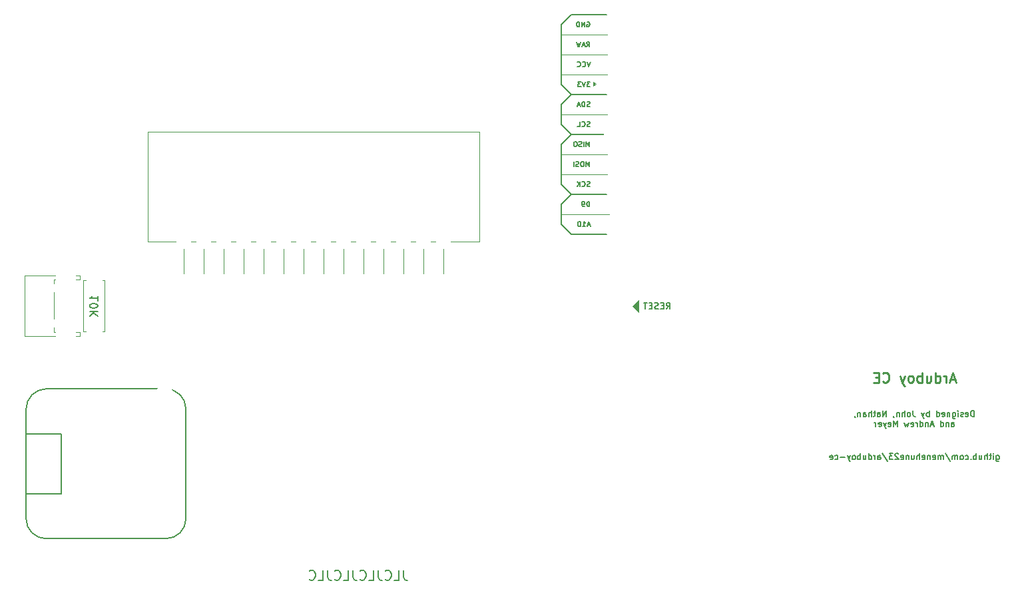
<source format=gbr>
G04 #@! TF.GenerationSoftware,KiCad,Pcbnew,(5.1.9-0-10_14)*
G04 #@! TF.CreationDate,2021-02-13T17:58:09-08:00*
G04 #@! TF.ProjectId,system,73797374-656d-42e6-9b69-6361645f7063,1.0-dev2*
G04 #@! TF.SameCoordinates,Original*
G04 #@! TF.FileFunction,Legend,Bot*
G04 #@! TF.FilePolarity,Positive*
%FSLAX46Y46*%
G04 Gerber Fmt 4.6, Leading zero omitted, Abs format (unit mm)*
G04 Created by KiCad (PCBNEW (5.1.9-0-10_14)) date 2021-02-13 17:58:09*
%MOMM*%
%LPD*%
G01*
G04 APERTURE LIST*
%ADD10C,0.200000*%
%ADD11C,0.254000*%
%ADD12C,0.127000*%
%ADD13C,0.150000*%
%ADD14C,0.100000*%
%ADD15C,0.120000*%
%ADD16O,1.801600X1.801600*%
%ADD17C,1.801600*%
%ADD18C,2.101600*%
%ADD19C,3.851600*%
%ADD20C,1.851600*%
%ADD21C,1.401600*%
%ADD22C,0.609600*%
%ADD23C,5.501599*%
%ADD24C,5.501600*%
%ADD25C,1.701600*%
%ADD26O,1.701600X1.701600*%
%ADD27C,1.625600*%
%ADD28C,2.201600*%
%ADD29C,1.621600*%
G04 APERTURE END LIST*
D10*
X151107238Y-151715476D02*
X151107238Y-152608333D01*
X151166761Y-152786904D01*
X151285809Y-152905952D01*
X151464380Y-152965476D01*
X151583428Y-152965476D01*
X149916761Y-152965476D02*
X150512000Y-152965476D01*
X150512000Y-151715476D01*
X148785809Y-152846428D02*
X148845333Y-152905952D01*
X149023904Y-152965476D01*
X149142952Y-152965476D01*
X149321523Y-152905952D01*
X149440571Y-152786904D01*
X149500095Y-152667857D01*
X149559619Y-152429761D01*
X149559619Y-152251190D01*
X149500095Y-152013095D01*
X149440571Y-151894047D01*
X149321523Y-151775000D01*
X149142952Y-151715476D01*
X149023904Y-151715476D01*
X148845333Y-151775000D01*
X148785809Y-151834523D01*
X147892952Y-151715476D02*
X147892952Y-152608333D01*
X147952476Y-152786904D01*
X148071523Y-152905952D01*
X148250095Y-152965476D01*
X148369142Y-152965476D01*
X146702476Y-152965476D02*
X147297714Y-152965476D01*
X147297714Y-151715476D01*
X145571523Y-152846428D02*
X145631047Y-152905952D01*
X145809619Y-152965476D01*
X145928666Y-152965476D01*
X146107238Y-152905952D01*
X146226285Y-152786904D01*
X146285809Y-152667857D01*
X146345333Y-152429761D01*
X146345333Y-152251190D01*
X146285809Y-152013095D01*
X146226285Y-151894047D01*
X146107238Y-151775000D01*
X145928666Y-151715476D01*
X145809619Y-151715476D01*
X145631047Y-151775000D01*
X145571523Y-151834523D01*
X144678666Y-151715476D02*
X144678666Y-152608333D01*
X144738190Y-152786904D01*
X144857238Y-152905952D01*
X145035809Y-152965476D01*
X145154857Y-152965476D01*
X143488190Y-152965476D02*
X144083428Y-152965476D01*
X144083428Y-151715476D01*
X142357238Y-152846428D02*
X142416761Y-152905952D01*
X142595333Y-152965476D01*
X142714380Y-152965476D01*
X142892952Y-152905952D01*
X143012000Y-152786904D01*
X143071523Y-152667857D01*
X143131047Y-152429761D01*
X143131047Y-152251190D01*
X143071523Y-152013095D01*
X143012000Y-151894047D01*
X142892952Y-151775000D01*
X142714380Y-151715476D01*
X142595333Y-151715476D01*
X142416761Y-151775000D01*
X142357238Y-151834523D01*
X141464380Y-151715476D02*
X141464380Y-152608333D01*
X141523904Y-152786904D01*
X141642952Y-152905952D01*
X141821523Y-152965476D01*
X141940571Y-152965476D01*
X140273904Y-152965476D02*
X140869142Y-152965476D01*
X140869142Y-151715476D01*
X139142952Y-152846428D02*
X139202476Y-152905952D01*
X139381047Y-152965476D01*
X139500095Y-152965476D01*
X139678666Y-152905952D01*
X139797714Y-152786904D01*
X139857238Y-152667857D01*
X139916761Y-152429761D01*
X139916761Y-152251190D01*
X139857238Y-152013095D01*
X139797714Y-151894047D01*
X139678666Y-151775000D01*
X139500095Y-151715476D01*
X139381047Y-151715476D01*
X139202476Y-151775000D01*
X139142952Y-151834523D01*
D11*
X221261214Y-127465666D02*
X220656452Y-127465666D01*
X221382166Y-127828523D02*
X220958833Y-126558523D01*
X220535500Y-127828523D01*
X220112166Y-127828523D02*
X220112166Y-126981857D01*
X220112166Y-127223761D02*
X220051690Y-127102809D01*
X219991214Y-127042333D01*
X219870261Y-126981857D01*
X219749309Y-126981857D01*
X218781690Y-127828523D02*
X218781690Y-126558523D01*
X218781690Y-127768047D02*
X218902642Y-127828523D01*
X219144547Y-127828523D01*
X219265500Y-127768047D01*
X219325976Y-127707571D01*
X219386452Y-127586619D01*
X219386452Y-127223761D01*
X219325976Y-127102809D01*
X219265500Y-127042333D01*
X219144547Y-126981857D01*
X218902642Y-126981857D01*
X218781690Y-127042333D01*
X217632642Y-126981857D02*
X217632642Y-127828523D01*
X218176928Y-126981857D02*
X218176928Y-127647095D01*
X218116452Y-127768047D01*
X217995500Y-127828523D01*
X217814071Y-127828523D01*
X217693119Y-127768047D01*
X217632642Y-127707571D01*
X217027880Y-127828523D02*
X217027880Y-126558523D01*
X217027880Y-127042333D02*
X216906928Y-126981857D01*
X216665023Y-126981857D01*
X216544071Y-127042333D01*
X216483595Y-127102809D01*
X216423119Y-127223761D01*
X216423119Y-127586619D01*
X216483595Y-127707571D01*
X216544071Y-127768047D01*
X216665023Y-127828523D01*
X216906928Y-127828523D01*
X217027880Y-127768047D01*
X215697404Y-127828523D02*
X215818357Y-127768047D01*
X215878833Y-127707571D01*
X215939309Y-127586619D01*
X215939309Y-127223761D01*
X215878833Y-127102809D01*
X215818357Y-127042333D01*
X215697404Y-126981857D01*
X215515976Y-126981857D01*
X215395023Y-127042333D01*
X215334547Y-127102809D01*
X215274071Y-127223761D01*
X215274071Y-127586619D01*
X215334547Y-127707571D01*
X215395023Y-127768047D01*
X215515976Y-127828523D01*
X215697404Y-127828523D01*
X214850738Y-126981857D02*
X214548357Y-127828523D01*
X214245976Y-126981857D02*
X214548357Y-127828523D01*
X214669309Y-128130904D01*
X214729785Y-128191380D01*
X214850738Y-128251857D01*
X212068833Y-127707571D02*
X212129309Y-127768047D01*
X212310738Y-127828523D01*
X212431690Y-127828523D01*
X212613119Y-127768047D01*
X212734071Y-127647095D01*
X212794547Y-127526142D01*
X212855023Y-127284238D01*
X212855023Y-127102809D01*
X212794547Y-126860904D01*
X212734071Y-126739952D01*
X212613119Y-126619000D01*
X212431690Y-126558523D01*
X212310738Y-126558523D01*
X212129309Y-126619000D01*
X212068833Y-126679476D01*
X211524547Y-127163285D02*
X211101214Y-127163285D01*
X210919785Y-127828523D02*
X211524547Y-127828523D01*
X211524547Y-126558523D01*
X210919785Y-126558523D01*
D12*
X223656071Y-132170714D02*
X223656071Y-131408714D01*
X223474642Y-131408714D01*
X223365785Y-131445000D01*
X223293214Y-131517571D01*
X223256928Y-131590142D01*
X223220642Y-131735285D01*
X223220642Y-131844142D01*
X223256928Y-131989285D01*
X223293214Y-132061857D01*
X223365785Y-132134428D01*
X223474642Y-132170714D01*
X223656071Y-132170714D01*
X222603785Y-132134428D02*
X222676357Y-132170714D01*
X222821500Y-132170714D01*
X222894071Y-132134428D01*
X222930357Y-132061857D01*
X222930357Y-131771571D01*
X222894071Y-131699000D01*
X222821500Y-131662714D01*
X222676357Y-131662714D01*
X222603785Y-131699000D01*
X222567500Y-131771571D01*
X222567500Y-131844142D01*
X222930357Y-131916714D01*
X222277214Y-132134428D02*
X222204642Y-132170714D01*
X222059500Y-132170714D01*
X221986928Y-132134428D01*
X221950642Y-132061857D01*
X221950642Y-132025571D01*
X221986928Y-131953000D01*
X222059500Y-131916714D01*
X222168357Y-131916714D01*
X222240928Y-131880428D01*
X222277214Y-131807857D01*
X222277214Y-131771571D01*
X222240928Y-131699000D01*
X222168357Y-131662714D01*
X222059500Y-131662714D01*
X221986928Y-131699000D01*
X221624071Y-132170714D02*
X221624071Y-131662714D01*
X221624071Y-131408714D02*
X221660357Y-131445000D01*
X221624071Y-131481285D01*
X221587785Y-131445000D01*
X221624071Y-131408714D01*
X221624071Y-131481285D01*
X220934642Y-131662714D02*
X220934642Y-132279571D01*
X220970928Y-132352142D01*
X221007214Y-132388428D01*
X221079785Y-132424714D01*
X221188642Y-132424714D01*
X221261214Y-132388428D01*
X220934642Y-132134428D02*
X221007214Y-132170714D01*
X221152357Y-132170714D01*
X221224928Y-132134428D01*
X221261214Y-132098142D01*
X221297500Y-132025571D01*
X221297500Y-131807857D01*
X221261214Y-131735285D01*
X221224928Y-131699000D01*
X221152357Y-131662714D01*
X221007214Y-131662714D01*
X220934642Y-131699000D01*
X220571785Y-131662714D02*
X220571785Y-132170714D01*
X220571785Y-131735285D02*
X220535500Y-131699000D01*
X220462928Y-131662714D01*
X220354071Y-131662714D01*
X220281500Y-131699000D01*
X220245214Y-131771571D01*
X220245214Y-132170714D01*
X219592071Y-132134428D02*
X219664642Y-132170714D01*
X219809785Y-132170714D01*
X219882357Y-132134428D01*
X219918642Y-132061857D01*
X219918642Y-131771571D01*
X219882357Y-131699000D01*
X219809785Y-131662714D01*
X219664642Y-131662714D01*
X219592071Y-131699000D01*
X219555785Y-131771571D01*
X219555785Y-131844142D01*
X219918642Y-131916714D01*
X218902642Y-132170714D02*
X218902642Y-131408714D01*
X218902642Y-132134428D02*
X218975214Y-132170714D01*
X219120357Y-132170714D01*
X219192928Y-132134428D01*
X219229214Y-132098142D01*
X219265500Y-132025571D01*
X219265500Y-131807857D01*
X219229214Y-131735285D01*
X219192928Y-131699000D01*
X219120357Y-131662714D01*
X218975214Y-131662714D01*
X218902642Y-131699000D01*
X217959214Y-132170714D02*
X217959214Y-131408714D01*
X217959214Y-131699000D02*
X217886642Y-131662714D01*
X217741500Y-131662714D01*
X217668928Y-131699000D01*
X217632642Y-131735285D01*
X217596357Y-131807857D01*
X217596357Y-132025571D01*
X217632642Y-132098142D01*
X217668928Y-132134428D01*
X217741500Y-132170714D01*
X217886642Y-132170714D01*
X217959214Y-132134428D01*
X217342357Y-131662714D02*
X217160928Y-132170714D01*
X216979500Y-131662714D02*
X217160928Y-132170714D01*
X217233500Y-132352142D01*
X217269785Y-132388428D01*
X217342357Y-132424714D01*
X215890928Y-131408714D02*
X215890928Y-131953000D01*
X215927214Y-132061857D01*
X215999785Y-132134428D01*
X216108642Y-132170714D01*
X216181214Y-132170714D01*
X215419214Y-132170714D02*
X215491785Y-132134428D01*
X215528071Y-132098142D01*
X215564357Y-132025571D01*
X215564357Y-131807857D01*
X215528071Y-131735285D01*
X215491785Y-131699000D01*
X215419214Y-131662714D01*
X215310357Y-131662714D01*
X215237785Y-131699000D01*
X215201500Y-131735285D01*
X215165214Y-131807857D01*
X215165214Y-132025571D01*
X215201500Y-132098142D01*
X215237785Y-132134428D01*
X215310357Y-132170714D01*
X215419214Y-132170714D01*
X214838642Y-132170714D02*
X214838642Y-131408714D01*
X214512071Y-132170714D02*
X214512071Y-131771571D01*
X214548357Y-131699000D01*
X214620928Y-131662714D01*
X214729785Y-131662714D01*
X214802357Y-131699000D01*
X214838642Y-131735285D01*
X214149214Y-131662714D02*
X214149214Y-132170714D01*
X214149214Y-131735285D02*
X214112928Y-131699000D01*
X214040357Y-131662714D01*
X213931500Y-131662714D01*
X213858928Y-131699000D01*
X213822642Y-131771571D01*
X213822642Y-132170714D01*
X213423500Y-132134428D02*
X213423500Y-132170714D01*
X213459785Y-132243285D01*
X213496071Y-132279571D01*
X212516357Y-132170714D02*
X212516357Y-131408714D01*
X212080928Y-132170714D01*
X212080928Y-131408714D01*
X211391500Y-132170714D02*
X211391500Y-131771571D01*
X211427785Y-131699000D01*
X211500357Y-131662714D01*
X211645500Y-131662714D01*
X211718071Y-131699000D01*
X211391500Y-132134428D02*
X211464071Y-132170714D01*
X211645500Y-132170714D01*
X211718071Y-132134428D01*
X211754357Y-132061857D01*
X211754357Y-131989285D01*
X211718071Y-131916714D01*
X211645500Y-131880428D01*
X211464071Y-131880428D01*
X211391500Y-131844142D01*
X211137500Y-131662714D02*
X210847214Y-131662714D01*
X211028642Y-131408714D02*
X211028642Y-132061857D01*
X210992357Y-132134428D01*
X210919785Y-132170714D01*
X210847214Y-132170714D01*
X210593214Y-132170714D02*
X210593214Y-131408714D01*
X210266642Y-132170714D02*
X210266642Y-131771571D01*
X210302928Y-131699000D01*
X210375500Y-131662714D01*
X210484357Y-131662714D01*
X210556928Y-131699000D01*
X210593214Y-131735285D01*
X209577214Y-132170714D02*
X209577214Y-131771571D01*
X209613500Y-131699000D01*
X209686071Y-131662714D01*
X209831214Y-131662714D01*
X209903785Y-131699000D01*
X209577214Y-132134428D02*
X209649785Y-132170714D01*
X209831214Y-132170714D01*
X209903785Y-132134428D01*
X209940071Y-132061857D01*
X209940071Y-131989285D01*
X209903785Y-131916714D01*
X209831214Y-131880428D01*
X209649785Y-131880428D01*
X209577214Y-131844142D01*
X209214357Y-131662714D02*
X209214357Y-132170714D01*
X209214357Y-131735285D02*
X209178071Y-131699000D01*
X209105500Y-131662714D01*
X208996642Y-131662714D01*
X208924071Y-131699000D01*
X208887785Y-131771571D01*
X208887785Y-132170714D01*
X208488642Y-132134428D02*
X208488642Y-132170714D01*
X208524928Y-132243285D01*
X208561214Y-132279571D01*
X220789500Y-133440714D02*
X220789500Y-133041571D01*
X220825785Y-132969000D01*
X220898357Y-132932714D01*
X221043500Y-132932714D01*
X221116071Y-132969000D01*
X220789500Y-133404428D02*
X220862071Y-133440714D01*
X221043500Y-133440714D01*
X221116071Y-133404428D01*
X221152357Y-133331857D01*
X221152357Y-133259285D01*
X221116071Y-133186714D01*
X221043500Y-133150428D01*
X220862071Y-133150428D01*
X220789500Y-133114142D01*
X220426642Y-132932714D02*
X220426642Y-133440714D01*
X220426642Y-133005285D02*
X220390357Y-132969000D01*
X220317785Y-132932714D01*
X220208928Y-132932714D01*
X220136357Y-132969000D01*
X220100071Y-133041571D01*
X220100071Y-133440714D01*
X219410642Y-133440714D02*
X219410642Y-132678714D01*
X219410642Y-133404428D02*
X219483214Y-133440714D01*
X219628357Y-133440714D01*
X219700928Y-133404428D01*
X219737214Y-133368142D01*
X219773500Y-133295571D01*
X219773500Y-133077857D01*
X219737214Y-133005285D01*
X219700928Y-132969000D01*
X219628357Y-132932714D01*
X219483214Y-132932714D01*
X219410642Y-132969000D01*
X218503500Y-133223000D02*
X218140642Y-133223000D01*
X218576071Y-133440714D02*
X218322071Y-132678714D01*
X218068071Y-133440714D01*
X217814071Y-132932714D02*
X217814071Y-133440714D01*
X217814071Y-133005285D02*
X217777785Y-132969000D01*
X217705214Y-132932714D01*
X217596357Y-132932714D01*
X217523785Y-132969000D01*
X217487500Y-133041571D01*
X217487500Y-133440714D01*
X216798071Y-133440714D02*
X216798071Y-132678714D01*
X216798071Y-133404428D02*
X216870642Y-133440714D01*
X217015785Y-133440714D01*
X217088357Y-133404428D01*
X217124642Y-133368142D01*
X217160928Y-133295571D01*
X217160928Y-133077857D01*
X217124642Y-133005285D01*
X217088357Y-132969000D01*
X217015785Y-132932714D01*
X216870642Y-132932714D01*
X216798071Y-132969000D01*
X216435214Y-133440714D02*
X216435214Y-132932714D01*
X216435214Y-133077857D02*
X216398928Y-133005285D01*
X216362642Y-132969000D01*
X216290071Y-132932714D01*
X216217500Y-132932714D01*
X215673214Y-133404428D02*
X215745785Y-133440714D01*
X215890928Y-133440714D01*
X215963500Y-133404428D01*
X215999785Y-133331857D01*
X215999785Y-133041571D01*
X215963500Y-132969000D01*
X215890928Y-132932714D01*
X215745785Y-132932714D01*
X215673214Y-132969000D01*
X215636928Y-133041571D01*
X215636928Y-133114142D01*
X215999785Y-133186714D01*
X215382928Y-132932714D02*
X215237785Y-133440714D01*
X215092642Y-133077857D01*
X214947500Y-133440714D01*
X214802357Y-132932714D01*
X213931500Y-133440714D02*
X213931500Y-132678714D01*
X213677500Y-133223000D01*
X213423500Y-132678714D01*
X213423500Y-133440714D01*
X212770357Y-133404428D02*
X212842928Y-133440714D01*
X212988071Y-133440714D01*
X213060642Y-133404428D01*
X213096928Y-133331857D01*
X213096928Y-133041571D01*
X213060642Y-132969000D01*
X212988071Y-132932714D01*
X212842928Y-132932714D01*
X212770357Y-132969000D01*
X212734071Y-133041571D01*
X212734071Y-133114142D01*
X213096928Y-133186714D01*
X212480071Y-132932714D02*
X212298642Y-133440714D01*
X212117214Y-132932714D02*
X212298642Y-133440714D01*
X212371214Y-133622142D01*
X212407500Y-133658428D01*
X212480071Y-133694714D01*
X211536642Y-133404428D02*
X211609214Y-133440714D01*
X211754357Y-133440714D01*
X211826928Y-133404428D01*
X211863214Y-133331857D01*
X211863214Y-133041571D01*
X211826928Y-132969000D01*
X211754357Y-132932714D01*
X211609214Y-132932714D01*
X211536642Y-132969000D01*
X211500357Y-133041571D01*
X211500357Y-133114142D01*
X211863214Y-133186714D01*
X211173785Y-133440714D02*
X211173785Y-132932714D01*
X211173785Y-133077857D02*
X211137500Y-133005285D01*
X211101214Y-132969000D01*
X211028642Y-132932714D01*
X210956071Y-132932714D01*
X226486357Y-137123714D02*
X226486357Y-137740571D01*
X226522642Y-137813142D01*
X226558928Y-137849428D01*
X226631500Y-137885714D01*
X226740357Y-137885714D01*
X226812928Y-137849428D01*
X226486357Y-137595428D02*
X226558928Y-137631714D01*
X226704071Y-137631714D01*
X226776642Y-137595428D01*
X226812928Y-137559142D01*
X226849214Y-137486571D01*
X226849214Y-137268857D01*
X226812928Y-137196285D01*
X226776642Y-137160000D01*
X226704071Y-137123714D01*
X226558928Y-137123714D01*
X226486357Y-137160000D01*
X226123500Y-137631714D02*
X226123500Y-137123714D01*
X226123500Y-136869714D02*
X226159785Y-136906000D01*
X226123500Y-136942285D01*
X226087214Y-136906000D01*
X226123500Y-136869714D01*
X226123500Y-136942285D01*
X225869500Y-137123714D02*
X225579214Y-137123714D01*
X225760642Y-136869714D02*
X225760642Y-137522857D01*
X225724357Y-137595428D01*
X225651785Y-137631714D01*
X225579214Y-137631714D01*
X225325214Y-137631714D02*
X225325214Y-136869714D01*
X224998642Y-137631714D02*
X224998642Y-137232571D01*
X225034928Y-137160000D01*
X225107500Y-137123714D01*
X225216357Y-137123714D01*
X225288928Y-137160000D01*
X225325214Y-137196285D01*
X224309214Y-137123714D02*
X224309214Y-137631714D01*
X224635785Y-137123714D02*
X224635785Y-137522857D01*
X224599500Y-137595428D01*
X224526928Y-137631714D01*
X224418071Y-137631714D01*
X224345500Y-137595428D01*
X224309214Y-137559142D01*
X223946357Y-137631714D02*
X223946357Y-136869714D01*
X223946357Y-137160000D02*
X223873785Y-137123714D01*
X223728642Y-137123714D01*
X223656071Y-137160000D01*
X223619785Y-137196285D01*
X223583500Y-137268857D01*
X223583500Y-137486571D01*
X223619785Y-137559142D01*
X223656071Y-137595428D01*
X223728642Y-137631714D01*
X223873785Y-137631714D01*
X223946357Y-137595428D01*
X223256928Y-137559142D02*
X223220642Y-137595428D01*
X223256928Y-137631714D01*
X223293214Y-137595428D01*
X223256928Y-137559142D01*
X223256928Y-137631714D01*
X222567500Y-137595428D02*
X222640071Y-137631714D01*
X222785214Y-137631714D01*
X222857785Y-137595428D01*
X222894071Y-137559142D01*
X222930357Y-137486571D01*
X222930357Y-137268857D01*
X222894071Y-137196285D01*
X222857785Y-137160000D01*
X222785214Y-137123714D01*
X222640071Y-137123714D01*
X222567500Y-137160000D01*
X222132071Y-137631714D02*
X222204642Y-137595428D01*
X222240928Y-137559142D01*
X222277214Y-137486571D01*
X222277214Y-137268857D01*
X222240928Y-137196285D01*
X222204642Y-137160000D01*
X222132071Y-137123714D01*
X222023214Y-137123714D01*
X221950642Y-137160000D01*
X221914357Y-137196285D01*
X221878071Y-137268857D01*
X221878071Y-137486571D01*
X221914357Y-137559142D01*
X221950642Y-137595428D01*
X222023214Y-137631714D01*
X222132071Y-137631714D01*
X221551500Y-137631714D02*
X221551500Y-137123714D01*
X221551500Y-137196285D02*
X221515214Y-137160000D01*
X221442642Y-137123714D01*
X221333785Y-137123714D01*
X221261214Y-137160000D01*
X221224928Y-137232571D01*
X221224928Y-137631714D01*
X221224928Y-137232571D02*
X221188642Y-137160000D01*
X221116071Y-137123714D01*
X221007214Y-137123714D01*
X220934642Y-137160000D01*
X220898357Y-137232571D01*
X220898357Y-137631714D01*
X219991214Y-136833428D02*
X220644357Y-137813142D01*
X219737214Y-137631714D02*
X219737214Y-137123714D01*
X219737214Y-137196285D02*
X219700928Y-137160000D01*
X219628357Y-137123714D01*
X219519500Y-137123714D01*
X219446928Y-137160000D01*
X219410642Y-137232571D01*
X219410642Y-137631714D01*
X219410642Y-137232571D02*
X219374357Y-137160000D01*
X219301785Y-137123714D01*
X219192928Y-137123714D01*
X219120357Y-137160000D01*
X219084071Y-137232571D01*
X219084071Y-137631714D01*
X218430928Y-137595428D02*
X218503500Y-137631714D01*
X218648642Y-137631714D01*
X218721214Y-137595428D01*
X218757500Y-137522857D01*
X218757500Y-137232571D01*
X218721214Y-137160000D01*
X218648642Y-137123714D01*
X218503500Y-137123714D01*
X218430928Y-137160000D01*
X218394642Y-137232571D01*
X218394642Y-137305142D01*
X218757500Y-137377714D01*
X218068071Y-137123714D02*
X218068071Y-137631714D01*
X218068071Y-137196285D02*
X218031785Y-137160000D01*
X217959214Y-137123714D01*
X217850357Y-137123714D01*
X217777785Y-137160000D01*
X217741500Y-137232571D01*
X217741500Y-137631714D01*
X217088357Y-137595428D02*
X217160928Y-137631714D01*
X217306071Y-137631714D01*
X217378642Y-137595428D01*
X217414928Y-137522857D01*
X217414928Y-137232571D01*
X217378642Y-137160000D01*
X217306071Y-137123714D01*
X217160928Y-137123714D01*
X217088357Y-137160000D01*
X217052071Y-137232571D01*
X217052071Y-137305142D01*
X217414928Y-137377714D01*
X216725500Y-137631714D02*
X216725500Y-136869714D01*
X216398928Y-137631714D02*
X216398928Y-137232571D01*
X216435214Y-137160000D01*
X216507785Y-137123714D01*
X216616642Y-137123714D01*
X216689214Y-137160000D01*
X216725500Y-137196285D01*
X215709500Y-137123714D02*
X215709500Y-137631714D01*
X216036071Y-137123714D02*
X216036071Y-137522857D01*
X215999785Y-137595428D01*
X215927214Y-137631714D01*
X215818357Y-137631714D01*
X215745785Y-137595428D01*
X215709500Y-137559142D01*
X215346642Y-137123714D02*
X215346642Y-137631714D01*
X215346642Y-137196285D02*
X215310357Y-137160000D01*
X215237785Y-137123714D01*
X215128928Y-137123714D01*
X215056357Y-137160000D01*
X215020071Y-137232571D01*
X215020071Y-137631714D01*
X214366928Y-137595428D02*
X214439500Y-137631714D01*
X214584642Y-137631714D01*
X214657214Y-137595428D01*
X214693500Y-137522857D01*
X214693500Y-137232571D01*
X214657214Y-137160000D01*
X214584642Y-137123714D01*
X214439500Y-137123714D01*
X214366928Y-137160000D01*
X214330642Y-137232571D01*
X214330642Y-137305142D01*
X214693500Y-137377714D01*
X214040357Y-136942285D02*
X214004071Y-136906000D01*
X213931500Y-136869714D01*
X213750071Y-136869714D01*
X213677500Y-136906000D01*
X213641214Y-136942285D01*
X213604928Y-137014857D01*
X213604928Y-137087428D01*
X213641214Y-137196285D01*
X214076642Y-137631714D01*
X213604928Y-137631714D01*
X213350928Y-136869714D02*
X212879214Y-136869714D01*
X213133214Y-137160000D01*
X213024357Y-137160000D01*
X212951785Y-137196285D01*
X212915500Y-137232571D01*
X212879214Y-137305142D01*
X212879214Y-137486571D01*
X212915500Y-137559142D01*
X212951785Y-137595428D01*
X213024357Y-137631714D01*
X213242071Y-137631714D01*
X213314642Y-137595428D01*
X213350928Y-137559142D01*
X212008357Y-136833428D02*
X212661500Y-137813142D01*
X211427785Y-137631714D02*
X211427785Y-137232571D01*
X211464071Y-137160000D01*
X211536642Y-137123714D01*
X211681785Y-137123714D01*
X211754357Y-137160000D01*
X211427785Y-137595428D02*
X211500357Y-137631714D01*
X211681785Y-137631714D01*
X211754357Y-137595428D01*
X211790642Y-137522857D01*
X211790642Y-137450285D01*
X211754357Y-137377714D01*
X211681785Y-137341428D01*
X211500357Y-137341428D01*
X211427785Y-137305142D01*
X211064928Y-137631714D02*
X211064928Y-137123714D01*
X211064928Y-137268857D02*
X211028642Y-137196285D01*
X210992357Y-137160000D01*
X210919785Y-137123714D01*
X210847214Y-137123714D01*
X210266642Y-137631714D02*
X210266642Y-136869714D01*
X210266642Y-137595428D02*
X210339214Y-137631714D01*
X210484357Y-137631714D01*
X210556928Y-137595428D01*
X210593214Y-137559142D01*
X210629500Y-137486571D01*
X210629500Y-137268857D01*
X210593214Y-137196285D01*
X210556928Y-137160000D01*
X210484357Y-137123714D01*
X210339214Y-137123714D01*
X210266642Y-137160000D01*
X209577214Y-137123714D02*
X209577214Y-137631714D01*
X209903785Y-137123714D02*
X209903785Y-137522857D01*
X209867500Y-137595428D01*
X209794928Y-137631714D01*
X209686071Y-137631714D01*
X209613500Y-137595428D01*
X209577214Y-137559142D01*
X209214357Y-137631714D02*
X209214357Y-136869714D01*
X209214357Y-137160000D02*
X209141785Y-137123714D01*
X208996642Y-137123714D01*
X208924071Y-137160000D01*
X208887785Y-137196285D01*
X208851500Y-137268857D01*
X208851500Y-137486571D01*
X208887785Y-137559142D01*
X208924071Y-137595428D01*
X208996642Y-137631714D01*
X209141785Y-137631714D01*
X209214357Y-137595428D01*
X208416071Y-137631714D02*
X208488642Y-137595428D01*
X208524928Y-137559142D01*
X208561214Y-137486571D01*
X208561214Y-137268857D01*
X208524928Y-137196285D01*
X208488642Y-137160000D01*
X208416071Y-137123714D01*
X208307214Y-137123714D01*
X208234642Y-137160000D01*
X208198357Y-137196285D01*
X208162071Y-137268857D01*
X208162071Y-137486571D01*
X208198357Y-137559142D01*
X208234642Y-137595428D01*
X208307214Y-137631714D01*
X208416071Y-137631714D01*
X207908071Y-137123714D02*
X207726642Y-137631714D01*
X207545214Y-137123714D02*
X207726642Y-137631714D01*
X207799214Y-137813142D01*
X207835500Y-137849428D01*
X207908071Y-137885714D01*
X207254928Y-137341428D02*
X206674357Y-137341428D01*
X205984928Y-137595428D02*
X206057500Y-137631714D01*
X206202642Y-137631714D01*
X206275214Y-137595428D01*
X206311500Y-137559142D01*
X206347785Y-137486571D01*
X206347785Y-137268857D01*
X206311500Y-137196285D01*
X206275214Y-137160000D01*
X206202642Y-137123714D01*
X206057500Y-137123714D01*
X205984928Y-137160000D01*
X205368071Y-137595428D02*
X205440642Y-137631714D01*
X205585785Y-137631714D01*
X205658357Y-137595428D01*
X205694642Y-137522857D01*
X205694642Y-137232571D01*
X205658357Y-137160000D01*
X205585785Y-137123714D01*
X205440642Y-137123714D01*
X205368071Y-137160000D01*
X205331785Y-137232571D01*
X205331785Y-137305142D01*
X205694642Y-137377714D01*
D13*
X184551928Y-118471904D02*
X184818595Y-118090952D01*
X185009071Y-118471904D02*
X185009071Y-117671904D01*
X184704309Y-117671904D01*
X184628119Y-117710000D01*
X184590023Y-117748095D01*
X184551928Y-117824285D01*
X184551928Y-117938571D01*
X184590023Y-118014761D01*
X184628119Y-118052857D01*
X184704309Y-118090952D01*
X185009071Y-118090952D01*
X184209071Y-118052857D02*
X183942404Y-118052857D01*
X183828119Y-118471904D02*
X184209071Y-118471904D01*
X184209071Y-117671904D01*
X183828119Y-117671904D01*
X183523357Y-118433809D02*
X183409071Y-118471904D01*
X183218595Y-118471904D01*
X183142404Y-118433809D01*
X183104309Y-118395714D01*
X183066214Y-118319523D01*
X183066214Y-118243333D01*
X183104309Y-118167142D01*
X183142404Y-118129047D01*
X183218595Y-118090952D01*
X183370976Y-118052857D01*
X183447166Y-118014761D01*
X183485261Y-117976666D01*
X183523357Y-117900476D01*
X183523357Y-117824285D01*
X183485261Y-117748095D01*
X183447166Y-117710000D01*
X183370976Y-117671904D01*
X183180500Y-117671904D01*
X183066214Y-117710000D01*
X182723357Y-118052857D02*
X182456690Y-118052857D01*
X182342404Y-118471904D02*
X182723357Y-118471904D01*
X182723357Y-117671904D01*
X182342404Y-117671904D01*
X182113833Y-117671904D02*
X181656690Y-117671904D01*
X181885261Y-118471904D02*
X181885261Y-117671904D01*
D14*
G36*
X181038500Y-118872000D02*
G01*
X180276500Y-118110000D01*
X181038500Y-117348000D01*
X181038500Y-118872000D01*
G37*
X181038500Y-118872000D02*
X180276500Y-118110000D01*
X181038500Y-117348000D01*
X181038500Y-118872000D01*
X171196000Y-83566000D02*
X177038000Y-83566000D01*
D13*
X172466000Y-108966000D02*
X176911000Y-108966000D01*
X171196000Y-107696000D02*
X171196000Y-105156000D01*
X171196000Y-102616000D02*
X171196000Y-97536000D01*
X172466000Y-103886000D02*
X171196000Y-102616000D01*
X172466000Y-96266000D02*
X171196000Y-97536000D01*
X172466000Y-96266000D02*
X176911000Y-96266000D01*
X172466000Y-96266000D02*
X171196000Y-94996000D01*
X172466000Y-91186000D02*
X176911000Y-91186000D01*
X171196000Y-94996000D02*
X171196000Y-92456000D01*
X172466000Y-91186000D02*
X171196000Y-92456000D01*
X172466000Y-91186000D02*
X171196000Y-89916000D01*
D14*
X171196000Y-106426000D02*
X177292000Y-106426000D01*
X171196000Y-101346000D02*
X177038000Y-101346000D01*
X171196000Y-98806000D02*
X177038000Y-98806000D01*
X171196000Y-93726000D02*
X177038000Y-93726000D01*
X171196000Y-88646000D02*
X177038000Y-88646000D01*
X171196000Y-86106000D02*
X177038000Y-86106000D01*
D13*
X172466000Y-103886000D02*
X176911000Y-103886000D01*
X172466000Y-103886000D02*
X171196000Y-105156000D01*
X172466000Y-108966000D02*
X171196000Y-107696000D01*
X172466000Y-81026000D02*
X171196000Y-82296000D01*
X171196000Y-89916000D02*
X171196000Y-82296000D01*
X172466000Y-81026000D02*
X176911000Y-81026000D01*
D14*
G36*
X175260000Y-90106500D02*
G01*
X175577500Y-89852500D01*
X175260000Y-89598500D01*
X175260000Y-90106500D01*
G37*
X175260000Y-90106500D02*
X175577500Y-89852500D01*
X175260000Y-89598500D01*
X175260000Y-90106500D01*
D15*
X160780000Y-95920000D02*
X118620000Y-95920000D01*
X118620000Y-109920000D02*
X118620000Y-95920000D01*
X123190000Y-115000000D02*
X123190000Y-109920000D01*
X125730000Y-115000000D02*
X125730000Y-109920000D01*
X128270000Y-115000000D02*
X128270000Y-109920000D01*
X130810000Y-115000000D02*
X130810000Y-109920000D01*
X133350000Y-115000000D02*
X133350000Y-109920000D01*
X135890000Y-115000000D02*
X135890000Y-109920000D01*
X138430000Y-115000000D02*
X138430000Y-109920000D01*
X140970000Y-115000000D02*
X140970000Y-109920000D01*
X143510000Y-115000000D02*
X143510000Y-109920000D01*
X146050000Y-115000000D02*
X146050000Y-109920000D01*
X148590000Y-115000000D02*
X148590000Y-109920000D01*
X151130000Y-115000000D02*
X151130000Y-109920000D01*
X153670000Y-115000000D02*
X153670000Y-109920000D01*
X156210000Y-115000000D02*
X156210000Y-109920000D01*
X160780000Y-109920000D02*
X118620000Y-109920000D01*
X160780000Y-109920000D02*
X160780000Y-95920000D01*
X113130000Y-121380000D02*
X112800000Y-121380000D01*
X113130000Y-114840000D02*
X113130000Y-121380000D01*
X112800000Y-114840000D02*
X113130000Y-114840000D01*
X110390000Y-121380000D02*
X110720000Y-121380000D01*
X110390000Y-114840000D02*
X110390000Y-121380000D01*
X110720000Y-114840000D02*
X110390000Y-114840000D01*
X106634000Y-116374000D02*
X106634000Y-119774000D01*
X106634000Y-114734000D02*
X106634000Y-115274000D01*
X109464000Y-121934000D02*
X109974000Y-121934000D01*
X109974000Y-121414000D02*
X109974000Y-121934000D01*
X109464000Y-121414000D02*
X109974000Y-121414000D01*
X106634000Y-120874000D02*
X106634000Y-121414000D01*
X109464000Y-114214000D02*
X109974000Y-114214000D01*
X109464000Y-114734000D02*
X109974000Y-114734000D01*
X106634000Y-121414000D02*
X106864000Y-121414000D01*
X102964000Y-114214000D02*
X106864000Y-114214000D01*
X109974000Y-114214000D02*
X109974000Y-114734000D01*
X102964000Y-121934000D02*
X106864000Y-121934000D01*
X102964000Y-114214000D02*
X102964000Y-121934000D01*
X106634000Y-114734000D02*
X106864000Y-114734000D01*
D13*
X107569000Y-134366000D02*
X103124000Y-134366000D01*
X107569000Y-141986000D02*
X107569000Y-134366000D01*
X103124000Y-141986000D02*
X107569000Y-141986000D01*
X120904000Y-147701000D02*
X105664000Y-147701000D01*
X120904000Y-128651000D02*
X105664000Y-128651000D01*
X103124000Y-145161000D02*
X103124000Y-131191000D01*
X123444000Y-145161000D02*
X123444000Y-131191000D01*
X120904000Y-147701000D02*
G75*
G03*
X123444000Y-145161000I0J2540000D01*
G01*
X103124000Y-145161000D02*
G75*
G03*
X105664000Y-147701000I2540000J0D01*
G01*
X105664000Y-128651000D02*
G75*
G03*
X103124000Y-131191000I0J-2540000D01*
G01*
X123444000Y-131191000D02*
G75*
G03*
X120904000Y-128651000I-2540000J0D01*
G01*
D12*
X174409402Y-85123261D02*
X174621069Y-84820880D01*
X174772259Y-85123261D02*
X174772259Y-84488261D01*
X174530354Y-84488261D01*
X174469878Y-84518500D01*
X174439640Y-84548738D01*
X174409402Y-84609214D01*
X174409402Y-84699928D01*
X174439640Y-84760404D01*
X174469878Y-84790642D01*
X174530354Y-84820880D01*
X174772259Y-84820880D01*
X174167497Y-84941833D02*
X173865116Y-84941833D01*
X174227973Y-85123261D02*
X174016307Y-84488261D01*
X173804640Y-85123261D01*
X173653450Y-84488261D02*
X173502259Y-85123261D01*
X173381307Y-84669690D01*
X173260354Y-85123261D01*
X173109164Y-84488261D01*
X174802497Y-107801833D02*
X174500116Y-107801833D01*
X174862973Y-107983261D02*
X174651307Y-107348261D01*
X174439640Y-107983261D01*
X173895354Y-107983261D02*
X174258211Y-107983261D01*
X174076783Y-107983261D02*
X174076783Y-107348261D01*
X174137259Y-107438976D01*
X174197735Y-107499452D01*
X174258211Y-107529690D01*
X173502259Y-107348261D02*
X173441783Y-107348261D01*
X173381307Y-107378500D01*
X173351069Y-107408738D01*
X173320830Y-107469214D01*
X173290592Y-107590166D01*
X173290592Y-107741357D01*
X173320830Y-107862309D01*
X173351069Y-107922785D01*
X173381307Y-107953023D01*
X173441783Y-107983261D01*
X173502259Y-107983261D01*
X173562735Y-107953023D01*
X173592973Y-107922785D01*
X173623211Y-107862309D01*
X173653450Y-107741357D01*
X173653450Y-107590166D01*
X173623211Y-107469214D01*
X173592973Y-107408738D01*
X173562735Y-107378500D01*
X173502259Y-107348261D01*
X174772259Y-105443261D02*
X174772259Y-104808261D01*
X174621069Y-104808261D01*
X174530354Y-104838500D01*
X174469878Y-104898976D01*
X174439640Y-104959452D01*
X174409402Y-105080404D01*
X174409402Y-105171119D01*
X174439640Y-105292071D01*
X174469878Y-105352547D01*
X174530354Y-105413023D01*
X174621069Y-105443261D01*
X174772259Y-105443261D01*
X174107021Y-105443261D02*
X173986069Y-105443261D01*
X173925592Y-105413023D01*
X173895354Y-105382785D01*
X173834878Y-105292071D01*
X173804640Y-105171119D01*
X173804640Y-104929214D01*
X173834878Y-104868738D01*
X173865116Y-104838500D01*
X173925592Y-104808261D01*
X174046545Y-104808261D01*
X174107021Y-104838500D01*
X174137259Y-104868738D01*
X174167497Y-104929214D01*
X174167497Y-105080404D01*
X174137259Y-105140880D01*
X174107021Y-105171119D01*
X174046545Y-105201357D01*
X173925592Y-105201357D01*
X173865116Y-105171119D01*
X173834878Y-105140880D01*
X173804640Y-105080404D01*
X174802497Y-95253023D02*
X174711783Y-95283261D01*
X174560592Y-95283261D01*
X174500116Y-95253023D01*
X174469878Y-95222785D01*
X174439640Y-95162309D01*
X174439640Y-95101833D01*
X174469878Y-95041357D01*
X174500116Y-95011119D01*
X174560592Y-94980880D01*
X174681545Y-94950642D01*
X174742021Y-94920404D01*
X174772259Y-94890166D01*
X174802497Y-94829690D01*
X174802497Y-94769214D01*
X174772259Y-94708738D01*
X174742021Y-94678500D01*
X174681545Y-94648261D01*
X174530354Y-94648261D01*
X174439640Y-94678500D01*
X173804640Y-95222785D02*
X173834878Y-95253023D01*
X173925592Y-95283261D01*
X173986069Y-95283261D01*
X174076783Y-95253023D01*
X174137259Y-95192547D01*
X174167497Y-95132071D01*
X174197735Y-95011119D01*
X174197735Y-94920404D01*
X174167497Y-94799452D01*
X174137259Y-94738976D01*
X174076783Y-94678500D01*
X173986069Y-94648261D01*
X173925592Y-94648261D01*
X173834878Y-94678500D01*
X173804640Y-94708738D01*
X173230116Y-95283261D02*
X173532497Y-95283261D01*
X173532497Y-94648261D01*
X174772259Y-97823261D02*
X174772259Y-97188261D01*
X174560592Y-97641833D01*
X174348926Y-97188261D01*
X174348926Y-97823261D01*
X174046545Y-97823261D02*
X174046545Y-97188261D01*
X173774402Y-97793023D02*
X173683688Y-97823261D01*
X173532497Y-97823261D01*
X173472021Y-97793023D01*
X173441783Y-97762785D01*
X173411545Y-97702309D01*
X173411545Y-97641833D01*
X173441783Y-97581357D01*
X173472021Y-97551119D01*
X173532497Y-97520880D01*
X173653450Y-97490642D01*
X173713926Y-97460404D01*
X173744164Y-97430166D01*
X173774402Y-97369690D01*
X173774402Y-97309214D01*
X173744164Y-97248738D01*
X173713926Y-97218500D01*
X173653450Y-97188261D01*
X173502259Y-97188261D01*
X173411545Y-97218500D01*
X173018450Y-97188261D02*
X172897497Y-97188261D01*
X172837021Y-97218500D01*
X172776545Y-97278976D01*
X172746307Y-97399928D01*
X172746307Y-97611595D01*
X172776545Y-97732547D01*
X172837021Y-97793023D01*
X172897497Y-97823261D01*
X173018450Y-97823261D01*
X173078926Y-97793023D01*
X173139402Y-97732547D01*
X173169640Y-97611595D01*
X173169640Y-97399928D01*
X173139402Y-97278976D01*
X173078926Y-97218500D01*
X173018450Y-97188261D01*
X174802497Y-102873023D02*
X174711783Y-102903261D01*
X174560592Y-102903261D01*
X174500116Y-102873023D01*
X174469878Y-102842785D01*
X174439640Y-102782309D01*
X174439640Y-102721833D01*
X174469878Y-102661357D01*
X174500116Y-102631119D01*
X174560592Y-102600880D01*
X174681545Y-102570642D01*
X174742021Y-102540404D01*
X174772259Y-102510166D01*
X174802497Y-102449690D01*
X174802497Y-102389214D01*
X174772259Y-102328738D01*
X174742021Y-102298500D01*
X174681545Y-102268261D01*
X174530354Y-102268261D01*
X174439640Y-102298500D01*
X173804640Y-102842785D02*
X173834878Y-102873023D01*
X173925592Y-102903261D01*
X173986069Y-102903261D01*
X174076783Y-102873023D01*
X174137259Y-102812547D01*
X174167497Y-102752071D01*
X174197735Y-102631119D01*
X174197735Y-102540404D01*
X174167497Y-102419452D01*
X174137259Y-102358976D01*
X174076783Y-102298500D01*
X173986069Y-102268261D01*
X173925592Y-102268261D01*
X173834878Y-102298500D01*
X173804640Y-102328738D01*
X173532497Y-102903261D02*
X173532497Y-102268261D01*
X173169640Y-102903261D02*
X173441783Y-102540404D01*
X173169640Y-102268261D02*
X173532497Y-102631119D01*
X174862973Y-87028261D02*
X174651307Y-87663261D01*
X174439640Y-87028261D01*
X173865116Y-87602785D02*
X173895354Y-87633023D01*
X173986069Y-87663261D01*
X174046545Y-87663261D01*
X174137259Y-87633023D01*
X174197735Y-87572547D01*
X174227973Y-87512071D01*
X174258211Y-87391119D01*
X174258211Y-87300404D01*
X174227973Y-87179452D01*
X174197735Y-87118976D01*
X174137259Y-87058500D01*
X174046545Y-87028261D01*
X173986069Y-87028261D01*
X173895354Y-87058500D01*
X173865116Y-87088738D01*
X173230116Y-87602785D02*
X173260354Y-87633023D01*
X173351069Y-87663261D01*
X173411545Y-87663261D01*
X173502259Y-87633023D01*
X173562735Y-87572547D01*
X173592973Y-87512071D01*
X173623211Y-87391119D01*
X173623211Y-87300404D01*
X173592973Y-87179452D01*
X173562735Y-87118976D01*
X173502259Y-87058500D01*
X173411545Y-87028261D01*
X173351069Y-87028261D01*
X173260354Y-87058500D01*
X173230116Y-87088738D01*
X174772259Y-100363261D02*
X174772259Y-99728261D01*
X174560592Y-100181833D01*
X174348926Y-99728261D01*
X174348926Y-100363261D01*
X173925592Y-99728261D02*
X173804640Y-99728261D01*
X173744164Y-99758500D01*
X173683688Y-99818976D01*
X173653450Y-99939928D01*
X173653450Y-100151595D01*
X173683688Y-100272547D01*
X173744164Y-100333023D01*
X173804640Y-100363261D01*
X173925592Y-100363261D01*
X173986069Y-100333023D01*
X174046545Y-100272547D01*
X174076783Y-100151595D01*
X174076783Y-99939928D01*
X174046545Y-99818976D01*
X173986069Y-99758500D01*
X173925592Y-99728261D01*
X173411545Y-100333023D02*
X173320830Y-100363261D01*
X173169640Y-100363261D01*
X173109164Y-100333023D01*
X173078926Y-100302785D01*
X173048688Y-100242309D01*
X173048688Y-100181833D01*
X173078926Y-100121357D01*
X173109164Y-100091119D01*
X173169640Y-100060880D01*
X173290592Y-100030642D01*
X173351069Y-100000404D01*
X173381307Y-99970166D01*
X173411545Y-99909690D01*
X173411545Y-99849214D01*
X173381307Y-99788738D01*
X173351069Y-99758500D01*
X173290592Y-99728261D01*
X173139402Y-99728261D01*
X173048688Y-99758500D01*
X172776545Y-100363261D02*
X172776545Y-99728261D01*
X174802497Y-92713023D02*
X174711783Y-92743261D01*
X174560592Y-92743261D01*
X174500116Y-92713023D01*
X174469878Y-92682785D01*
X174439640Y-92622309D01*
X174439640Y-92561833D01*
X174469878Y-92501357D01*
X174500116Y-92471119D01*
X174560592Y-92440880D01*
X174681545Y-92410642D01*
X174742021Y-92380404D01*
X174772259Y-92350166D01*
X174802497Y-92289690D01*
X174802497Y-92229214D01*
X174772259Y-92168738D01*
X174742021Y-92138500D01*
X174681545Y-92108261D01*
X174530354Y-92108261D01*
X174439640Y-92138500D01*
X174167497Y-92743261D02*
X174167497Y-92108261D01*
X174016307Y-92108261D01*
X173925592Y-92138500D01*
X173865116Y-92198976D01*
X173834878Y-92259452D01*
X173804640Y-92380404D01*
X173804640Y-92471119D01*
X173834878Y-92592071D01*
X173865116Y-92652547D01*
X173925592Y-92713023D01*
X174016307Y-92743261D01*
X174167497Y-92743261D01*
X173562735Y-92561833D02*
X173260354Y-92561833D01*
X173623211Y-92743261D02*
X173411545Y-92108261D01*
X173199878Y-92743261D01*
X174832735Y-89568261D02*
X174439640Y-89568261D01*
X174651307Y-89810166D01*
X174560592Y-89810166D01*
X174500116Y-89840404D01*
X174469878Y-89870642D01*
X174439640Y-89931119D01*
X174439640Y-90082309D01*
X174469878Y-90142785D01*
X174500116Y-90173023D01*
X174560592Y-90203261D01*
X174742021Y-90203261D01*
X174802497Y-90173023D01*
X174832735Y-90142785D01*
X174258211Y-89568261D02*
X174046545Y-90203261D01*
X173834878Y-89568261D01*
X173683688Y-89568261D02*
X173290592Y-89568261D01*
X173502259Y-89810166D01*
X173411545Y-89810166D01*
X173351069Y-89840404D01*
X173320830Y-89870642D01*
X173290592Y-89931119D01*
X173290592Y-90082309D01*
X173320830Y-90142785D01*
X173351069Y-90173023D01*
X173411545Y-90203261D01*
X173592973Y-90203261D01*
X173653450Y-90173023D01*
X173683688Y-90142785D01*
X174439640Y-81978500D02*
X174500116Y-81948261D01*
X174590830Y-81948261D01*
X174681545Y-81978500D01*
X174742021Y-82038976D01*
X174772259Y-82099452D01*
X174802497Y-82220404D01*
X174802497Y-82311119D01*
X174772259Y-82432071D01*
X174742021Y-82492547D01*
X174681545Y-82553023D01*
X174590830Y-82583261D01*
X174530354Y-82583261D01*
X174439640Y-82553023D01*
X174409402Y-82522785D01*
X174409402Y-82311119D01*
X174530354Y-82311119D01*
X174137259Y-82583261D02*
X174137259Y-81948261D01*
X173774402Y-82583261D01*
X173774402Y-81948261D01*
X173472021Y-82583261D02*
X173472021Y-81948261D01*
X173320830Y-81948261D01*
X173230116Y-81978500D01*
X173169640Y-82038976D01*
X173139402Y-82099452D01*
X173109164Y-82220404D01*
X173109164Y-82311119D01*
X173139402Y-82432071D01*
X173169640Y-82492547D01*
X173230116Y-82553023D01*
X173320830Y-82583261D01*
X173472021Y-82583261D01*
D13*
X112212380Y-117419523D02*
X112212380Y-116848095D01*
X112212380Y-117133809D02*
X111212380Y-117133809D01*
X111355238Y-117038571D01*
X111450476Y-116943333D01*
X111498095Y-116848095D01*
X111212380Y-118038571D02*
X111212380Y-118133809D01*
X111260000Y-118229047D01*
X111307619Y-118276666D01*
X111402857Y-118324285D01*
X111593333Y-118371904D01*
X111831428Y-118371904D01*
X112021904Y-118324285D01*
X112117142Y-118276666D01*
X112164761Y-118229047D01*
X112212380Y-118133809D01*
X112212380Y-118038571D01*
X112164761Y-117943333D01*
X112117142Y-117895714D01*
X112021904Y-117848095D01*
X111831428Y-117800476D01*
X111593333Y-117800476D01*
X111402857Y-117848095D01*
X111307619Y-117895714D01*
X111260000Y-117943333D01*
X111212380Y-118038571D01*
X112212380Y-118800476D02*
X111212380Y-118800476D01*
X112212380Y-119371904D02*
X111640952Y-118943333D01*
X111212380Y-119371904D02*
X111783809Y-118800476D01*
%LPC*%
D14*
G36*
X182753000Y-138684000D02*
G01*
X181356000Y-138430000D01*
X180594000Y-135763000D01*
X182753000Y-138684000D01*
G37*
X182753000Y-138684000D02*
X181356000Y-138430000D01*
X180594000Y-135763000D01*
X182753000Y-138684000D01*
G36*
X181737000Y-138176000D02*
G01*
X182499000Y-140843000D01*
X180340000Y-137922000D01*
X181737000Y-138176000D01*
G37*
X181737000Y-138176000D02*
X182499000Y-140843000D01*
X180340000Y-137922000D01*
X181737000Y-138176000D01*
D16*
X166116000Y-84836000D03*
X166116000Y-100076000D03*
X166116000Y-107696000D03*
X166116000Y-102616000D03*
X166116000Y-105156000D03*
X166116000Y-82296000D03*
D17*
X166116000Y-97536000D03*
D16*
X166116000Y-87376000D03*
X166116000Y-89916000D03*
X166116000Y-92456000D03*
D17*
X166116000Y-94996000D03*
X106200000Y-102616000D03*
X106200000Y-100076000D03*
X106200000Y-97536000D03*
X106200000Y-94996000D03*
X106200000Y-92456000D03*
X106200000Y-89916000D03*
X106200000Y-87376000D03*
D18*
X153852000Y-138303000D03*
X149352000Y-138303000D03*
X153852000Y-131803000D03*
X149352000Y-131803000D03*
X163631000Y-133350000D03*
X159131000Y-133350000D03*
X163631000Y-126850000D03*
X159131000Y-126850000D03*
X125186000Y-129234000D03*
X120686000Y-129234000D03*
X125186000Y-122734000D03*
X120686000Y-122734000D03*
X120686000Y-136958000D03*
X125186000Y-136958000D03*
X120686000Y-143458000D03*
X125186000Y-143458000D03*
X118074000Y-136346000D03*
X113574000Y-136346000D03*
X118074000Y-129846000D03*
X113574000Y-129846000D03*
X127798000Y-129846000D03*
X132298000Y-129846000D03*
X127798000Y-136346000D03*
X132298000Y-136346000D03*
D19*
X249999500Y-70104000D03*
X232854500Y-151130000D03*
X182181500Y-70104000D03*
X182181500Y-151130000D03*
D20*
X156210000Y-109920000D03*
X153670000Y-109920000D03*
X151130000Y-109920000D03*
X148590000Y-109920000D03*
X146050000Y-109920000D03*
X143510000Y-109920000D03*
X140970000Y-109920000D03*
X138430000Y-109920000D03*
X135890000Y-109920000D03*
X133350000Y-109920000D03*
X130810000Y-109920000D03*
X128270000Y-109920000D03*
X125730000Y-109920000D03*
X123190000Y-109920000D03*
X123190000Y-115000000D03*
X125730000Y-115000000D03*
X128270000Y-115000000D03*
X130810000Y-115000000D03*
X133350000Y-115000000D03*
X135890000Y-115000000D03*
X156210000Y-115000000D03*
X153670000Y-115000000D03*
X151130000Y-115000000D03*
X148590000Y-115000000D03*
X146050000Y-115000000D03*
X143510000Y-115000000D03*
X138430000Y-115000000D03*
X140970000Y-115000000D03*
D21*
X170434000Y-121920000D03*
X170434000Y-124460000D03*
X170434000Y-119380000D03*
D19*
X97218500Y-70104000D03*
X80073500Y-151130000D03*
X29400500Y-70104000D03*
X29400500Y-151130000D03*
D22*
X178911000Y-131318000D03*
X178911000Y-130429000D03*
X178911000Y-132207000D03*
X176879000Y-130429000D03*
X176879000Y-131318000D03*
X176879000Y-132207000D03*
X176879000Y-97028000D03*
X176879000Y-96139000D03*
X176879000Y-95250000D03*
X178911000Y-97028000D03*
X178911000Y-95250000D03*
X178911000Y-96139000D03*
X100489000Y-96139000D03*
X100489000Y-97028000D03*
X100489000Y-95250000D03*
X102521000Y-97028000D03*
X102521000Y-96139000D03*
X102521000Y-95250000D03*
X102521000Y-130429000D03*
X102521000Y-131318000D03*
X102521000Y-132207000D03*
X100489000Y-130429000D03*
X100489000Y-132207000D03*
X100489000Y-131318000D03*
D23*
X105791000Y-151130000D03*
X105791000Y-70104000D03*
X156464000Y-151130000D03*
D24*
X173609000Y-70104000D03*
D20*
X172426000Y-140208000D03*
X167426000Y-140208000D03*
D25*
X134493000Y-119888000D03*
X134493000Y-122388000D03*
X144907000Y-119928000D03*
X144907000Y-122428000D03*
G36*
G01*
X142585646Y-149467144D02*
X142585646Y-149467144D01*
G75*
G02*
X142223833Y-150614669I-754669J-392856D01*
G01*
X142223833Y-150614669D01*
G75*
G02*
X141076308Y-150252856I-392856J754669D01*
G01*
X141076308Y-150252856D01*
G75*
G02*
X141438121Y-149105331I754669J392856D01*
G01*
X141438121Y-149105331D01*
G75*
G02*
X142585646Y-149467144I392856J-754669D01*
G01*
G37*
G36*
G01*
X148975270Y-145239011D02*
X149714068Y-146658229D01*
G75*
G02*
X149692465Y-146726746I-45060J-23457D01*
G01*
X148273247Y-147465544D01*
G75*
G02*
X148204730Y-147443941I-23457J45060D01*
G01*
X147465932Y-146024723D01*
G75*
G02*
X147487535Y-145956206I45060J23457D01*
G01*
X148906753Y-145217408D01*
G75*
G02*
X148975270Y-145239011I23457J-45060D01*
G01*
G37*
G36*
G01*
X137954293Y-145239011D02*
X138693091Y-146658229D01*
G75*
G02*
X138671488Y-146726746I-45060J-23457D01*
G01*
X137252270Y-147465544D01*
G75*
G02*
X137183753Y-147443941I-23457J45060D01*
G01*
X136444955Y-146024723D01*
G75*
G02*
X136466558Y-145956206I45060J23457D01*
G01*
X137885776Y-145217408D01*
G75*
G02*
X137954293Y-145239011I23457J-45060D01*
G01*
G37*
G36*
G01*
X131564669Y-149467144D02*
X131564669Y-149467144D01*
G75*
G02*
X131202856Y-150614669I-754669J-392856D01*
G01*
X131202856Y-150614669D01*
G75*
G02*
X130055331Y-150252856I-392856J754669D01*
G01*
X130055331Y-150252856D01*
G75*
G02*
X130417144Y-149105331I754669J392856D01*
G01*
X130417144Y-149105331D01*
G75*
G02*
X131564669Y-149467144I392856J-754669D01*
G01*
G37*
X111760000Y-114300000D03*
D26*
X111760000Y-121920000D03*
D27*
X110794800Y-70104000D03*
X113284000Y-70104000D03*
X115773200Y-70104000D03*
D28*
X108154000Y-121584000D03*
D20*
X105664000Y-120324000D03*
X105664000Y-115824000D03*
D28*
X108154000Y-114574000D03*
D17*
X114554000Y-145161000D03*
X112014000Y-145161000D03*
X117094000Y-145161000D03*
X109474000Y-145161000D03*
D29*
X137160000Y-121412000D03*
X142240000Y-121412000D03*
X139700000Y-121412000D03*
M02*

</source>
